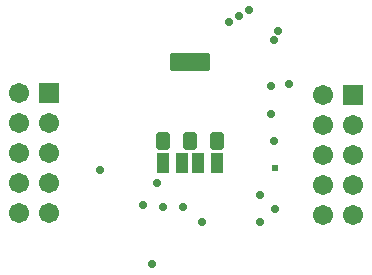
<source format=gbs>
G04*
G04 #@! TF.GenerationSoftware,Altium Limited,Altium Designer,24.5.2 (23)*
G04*
G04 Layer_Color=16711935*
%FSLAX44Y44*%
%MOMM*%
G71*
G04*
G04 #@! TF.SameCoordinates,334194BA-0611-49C7-9BF9-9A22E77FB9F2*
G04*
G04*
G04 #@! TF.FilePolarity,Negative*
G04*
G01*
G75*
%ADD19C,1.7112*%
%ADD20R,1.7112X1.7112*%
%ADD21C,0.7032*%
%ADD22C,0.6032*%
%ADD23C,1.2032*%
%ADD35R,1.1176X1.6510*%
G04:AMPARAMS|DCode=36|XSize=3.4432mm|YSize=1.5132mm|CornerRadius=0.1999mm|HoleSize=0mm|Usage=FLASHONLY|Rotation=180.000|XOffset=0mm|YOffset=0mm|HoleType=Round|Shape=RoundedRectangle|*
%AMROUNDEDRECTD36*
21,1,3.4432,1.1135,0,0,180.0*
21,1,3.0435,1.5132,0,0,180.0*
1,1,0.3997,-1.5218,0.5568*
1,1,0.3997,1.5218,0.5568*
1,1,0.3997,1.5218,-0.5568*
1,1,0.3997,-1.5218,-0.5568*
%
%ADD36ROUNDEDRECTD36*%
G04:AMPARAMS|DCode=37|XSize=1.1332mm|YSize=1.5132mm|CornerRadius=0.1714mm|HoleSize=0mm|Usage=FLASHONLY|Rotation=180.000|XOffset=0mm|YOffset=0mm|HoleType=Round|Shape=RoundedRectangle|*
%AMROUNDEDRECTD37*
21,1,1.1332,1.1705,0,0,180.0*
21,1,0.7905,1.5132,0,0,180.0*
1,1,0.3427,-0.3953,0.5853*
1,1,0.3427,0.3953,0.5853*
1,1,0.3427,0.3953,-0.5853*
1,1,0.3427,-0.3953,-0.5853*
%
%ADD37ROUNDEDRECTD37*%
D19*
X1107440Y497840D02*
D03*
X1132840D02*
D03*
X1107440Y523240D02*
D03*
X1132840D02*
D03*
X1107440Y548640D02*
D03*
X1132840D02*
D03*
X1107440Y574040D02*
D03*
X1132840D02*
D03*
X1107440Y599440D02*
D03*
X849630Y499110D02*
D03*
X875030D02*
D03*
X849630Y524510D02*
D03*
X875030D02*
D03*
X849630Y549910D02*
D03*
X875030D02*
D03*
X849630Y575310D02*
D03*
X875030D02*
D03*
X849630Y600710D02*
D03*
D20*
X1132840Y599440D02*
D03*
X875030Y600710D02*
D03*
D21*
X1069340Y653796D02*
D03*
X1065276Y645668D02*
D03*
X1044448Y670814D02*
D03*
X966206Y524380D02*
D03*
X954532Y506476D02*
D03*
X988659Y504190D02*
D03*
X971550Y504444D02*
D03*
X1004202Y492026D02*
D03*
X1053524Y491490D02*
D03*
X1053816Y514338D02*
D03*
X1065621Y560218D02*
D03*
X1035812Y665734D02*
D03*
X1027684Y661162D02*
D03*
X918210Y535686D02*
D03*
X1062990Y607060D02*
D03*
Y582930D02*
D03*
X1066800Y502823D02*
D03*
X1078230Y608330D02*
D03*
X962660Y455930D02*
D03*
D22*
X1066337Y537546D02*
D03*
D23*
X991362Y627888D02*
D03*
D35*
X1001014Y541782D02*
D03*
X1017270D02*
D03*
X971296D02*
D03*
X987552D02*
D03*
D36*
X994410Y627380D02*
D03*
D37*
X971510Y560480D02*
D03*
X994410D02*
D03*
X1017310D02*
D03*
M02*

</source>
